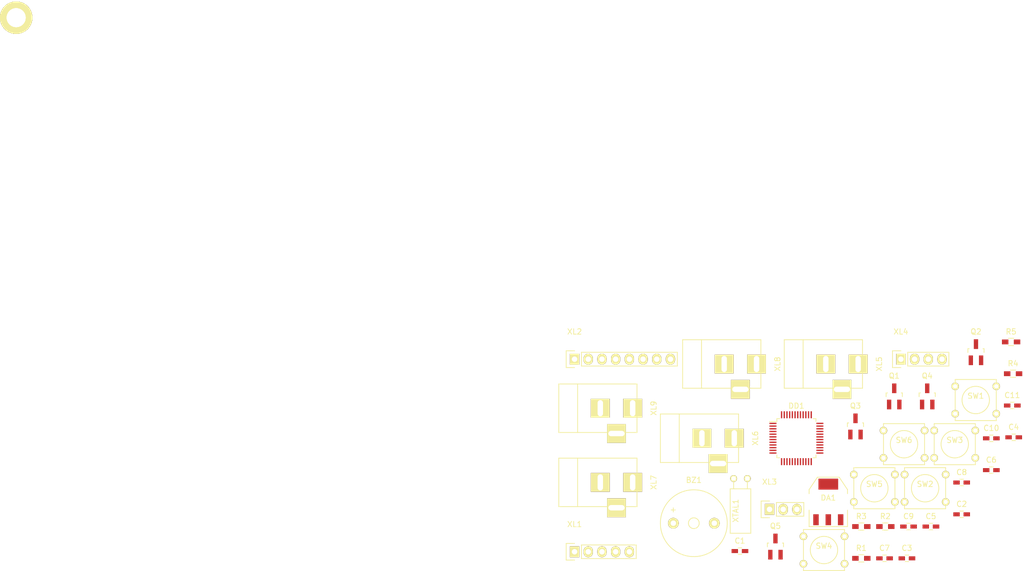
<source format=kicad_pcb>
(kicad_pcb (version 4) (host pcbnew 4.0.2-stable)

  (general
    (links 114)
    (no_connects 111)
    (area 0 0 0 0)
    (thickness 1.5)
    (drawings 0)
    (tracks 0)
    (zones 0)
    (modules 44)
    (nets 53)
  )

  (page A4)
  (layers
    (0 F.Cu signal)
    (31 B.Cu signal)
    (37 F.SilkS user)
    (38 B.Mask user)
    (39 F.Mask user)
    (40 Dwgs.User user)
    (44 Edge.Cuts user)
    (45 Margin user)
  )

  (setup
    (last_trace_width 0.25)
    (trace_clearance 0.2)
    (zone_clearance 0.508)
    (zone_45_only no)
    (trace_min 0.2)
    (segment_width 0.2)
    (edge_width 0.15)
    (via_size 0.6)
    (via_drill 0.4)
    (via_min_size 0.4)
    (via_min_drill 0.3)
    (uvia_size 0.3)
    (uvia_drill 0.1)
    (uvias_allowed no)
    (uvia_min_size 0.2)
    (uvia_min_drill 0.1)
    (pcb_text_width 0.3)
    (pcb_text_size 1.5 1.5)
    (mod_edge_width 0.15)
    (mod_text_size 1 1)
    (mod_text_width 0.15)
    (pad_size 1.524 1.524)
    (pad_drill 0.762)
    (pad_to_mask_clearance 0.1)
    (solder_mask_min_width 0.1)
    (aux_axis_origin 0 0)
    (visible_elements 7FFFFFFF)
    (pcbplotparams
      (layerselection 0x00030_80000001)
      (usegerberextensions false)
      (excludeedgelayer true)
      (linewidth 0.100000)
      (plotframeref false)
      (viasonmask false)
      (mode 1)
      (useauxorigin false)
      (hpglpennumber 1)
      (hpglpenspeed 20)
      (hpglpendiameter 15)
      (hpglpenoverlay 2)
      (psnegative false)
      (psa4output false)
      (plotreference true)
      (plotvalue true)
      (plotinvisibletext false)
      (padsonsilk false)
      (subtractmaskfromsilk false)
      (outputformat 1)
      (mirror false)
      (drillshape 1)
      (scaleselection 1)
      (outputdirectory ""))
  )

  (net 0 "")
  (net 1 +3.3V)
  (net 2 GND)
  (net 3 "Net-(C8-Pad1)")
  (net 4 "Net-(C9-Pad1)")
  (net 5 +12V)
  (net 6 "Net-(Q1-Pad1)")
  (net 7 /BUZZER)
  (net 8 /CH2_POWER)
  (net 9 /CH3_POWER)
  (net 10 /CH4_POWER)
  (net 11 /CH1_POWER)
  (net 12 "Net-(BZ1-Pad1)")
  (net 13 "Net-(DD1-Pad2)")
  (net 14 "Net-(DD1-Pad5)")
  (net 15 "Net-(DD1-Pad6)")
  (net 16 "Net-(DD1-Pad7)")
  (net 17 /CC_CS)
  (net 18 /CC_SCK)
  (net 19 /CC_MISO)
  (net 20 /CC_MOSI)
  (net 21 /BTN_OK)
  (net 22 /BTN_CANCEL)
  (net 23 /BTN_UP)
  (net 24 /LCD_BCKLT)
  (net 25 /LCD_RESET)
  (net 26 /LCD_CE)
  (net 27 /LCD_CLK)
  (net 28 /LCD_DC)
  (net 29 /LCD_DIN)
  (net 30 /DBG_TX)
  (net 31 /DBG_RX)
  (net 32 "Net-(DD1-Pad32)")
  (net 33 "Net-(DD1-Pad33)")
  (net 34 /SWDIO)
  (net 35 /SWCLK)
  (net 36 "Net-(DD1-Pad38)")
  (net 37 /BTN_DOWN)
  (net 38 /BTN_LEFT)
  (net 39 /BTN_RIGHT)
  (net 40 "Net-(DD1-Pad42)")
  (net 41 "Net-(DD1-Pad43)")
  (net 42 "Net-(DD1-Pad45)")
  (net 43 "Net-(DD1-Pad46)")
  (net 44 "Net-(Q2-Pad3)")
  (net 45 "Net-(Q3-Pad3)")
  (net 46 "Net-(Q4-Pad3)")
  (net 47 "Net-(Q5-Pad3)")
  (net 48 "Net-(XL5-Pad3)")
  (net 49 "Net-(XL6-Pad3)")
  (net 50 "Net-(XL7-Pad3)")
  (net 51 "Net-(XL8-Pad3)")
  (net 52 "Net-(XL9-Pad3)")

  (net_class Default "This is the default net class."
    (clearance 0.2)
    (trace_width 0.25)
    (via_dia 0.6)
    (via_drill 0.4)
    (uvia_dia 0.3)
    (uvia_drill 0.1)
    (add_net +12V)
    (add_net +3.3V)
    (add_net /BTN_CANCEL)
    (add_net /BTN_DOWN)
    (add_net /BTN_LEFT)
    (add_net /BTN_OK)
    (add_net /BTN_RIGHT)
    (add_net /BTN_UP)
    (add_net /BUZZER)
    (add_net /CC_CS)
    (add_net /CC_MISO)
    (add_net /CC_MOSI)
    (add_net /CC_SCK)
    (add_net /CH1_POWER)
    (add_net /CH2_POWER)
    (add_net /CH3_POWER)
    (add_net /CH4_POWER)
    (add_net /DBG_RX)
    (add_net /DBG_TX)
    (add_net /LCD_BCKLT)
    (add_net /LCD_CE)
    (add_net /LCD_CLK)
    (add_net /LCD_DC)
    (add_net /LCD_DIN)
    (add_net /LCD_RESET)
    (add_net /SWCLK)
    (add_net /SWDIO)
    (add_net GND)
    (add_net "Net-(BZ1-Pad1)")
    (add_net "Net-(C8-Pad1)")
    (add_net "Net-(C9-Pad1)")
    (add_net "Net-(DD1-Pad2)")
    (add_net "Net-(DD1-Pad32)")
    (add_net "Net-(DD1-Pad33)")
    (add_net "Net-(DD1-Pad38)")
    (add_net "Net-(DD1-Pad42)")
    (add_net "Net-(DD1-Pad43)")
    (add_net "Net-(DD1-Pad45)")
    (add_net "Net-(DD1-Pad46)")
    (add_net "Net-(DD1-Pad5)")
    (add_net "Net-(DD1-Pad6)")
    (add_net "Net-(DD1-Pad7)")
    (add_net "Net-(Q1-Pad1)")
    (add_net "Net-(Q2-Pad3)")
    (add_net "Net-(Q3-Pad3)")
    (add_net "Net-(Q4-Pad3)")
    (add_net "Net-(Q5-Pad3)")
    (add_net "Net-(XL5-Pad3)")
    (add_net "Net-(XL6-Pad3)")
    (add_net "Net-(XL7-Pad3)")
    (add_net "Net-(XL8-Pad3)")
    (add_net "Net-(XL9-Pad3)")
  )

  (module Capacitors_SMD:C_0603_HandSoldering (layer F.Cu) (tedit 541A9B4D) (tstamp 56FD3171)
    (at 134.195001 98.985)
    (descr "Capacitor SMD 0603, hand soldering")
    (tags "capacitor 0603")
    (path /56EC2B13)
    (attr smd)
    (fp_text reference C1 (at 0 -1.9) (layer F.SilkS)
      (effects (font (size 1 1) (thickness 0.15)))
    )
    (fp_text value 0.1u (at 0 1.9) (layer F.Fab)
      (effects (font (size 1 1) (thickness 0.15)))
    )
    (fp_line (start -1.85 -0.75) (end 1.85 -0.75) (layer F.CrtYd) (width 0.05))
    (fp_line (start -1.85 0.75) (end 1.85 0.75) (layer F.CrtYd) (width 0.05))
    (fp_line (start -1.85 -0.75) (end -1.85 0.75) (layer F.CrtYd) (width 0.05))
    (fp_line (start 1.85 -0.75) (end 1.85 0.75) (layer F.CrtYd) (width 0.05))
    (fp_line (start -0.35 -0.6) (end 0.35 -0.6) (layer F.SilkS) (width 0.15))
    (fp_line (start 0.35 0.6) (end -0.35 0.6) (layer F.SilkS) (width 0.15))
    (pad 1 smd rect (at -0.95 0) (size 1.2 0.75) (layers F.Cu F.Mask)
      (net 1 +3.3V))
    (pad 2 smd rect (at 0.95 0) (size 1.2 0.75) (layers F.Cu F.Mask)
      (net 2 GND))
    (model Capacitors_SMD.3dshapes/C_0603_HandSoldering.wrl
      (at (xyz 0 0 0))
      (scale (xyz 1 1 1))
      (rotate (xyz 0 0 0))
    )
  )

  (module Capacitors_SMD:C_0603_HandSoldering (layer F.Cu) (tedit 541A9B4D) (tstamp 56FD3177)
    (at 175.305001 92.165)
    (descr "Capacitor SMD 0603, hand soldering")
    (tags "capacitor 0603")
    (path /56FD2265)
    (attr smd)
    (fp_text reference C2 (at 0 -1.9) (layer F.SilkS)
      (effects (font (size 1 1) (thickness 0.15)))
    )
    (fp_text value 4u7 (at 0 1.9) (layer F.Fab)
      (effects (font (size 1 1) (thickness 0.15)))
    )
    (fp_line (start -1.85 -0.75) (end 1.85 -0.75) (layer F.CrtYd) (width 0.05))
    (fp_line (start -1.85 0.75) (end 1.85 0.75) (layer F.CrtYd) (width 0.05))
    (fp_line (start -1.85 -0.75) (end -1.85 0.75) (layer F.CrtYd) (width 0.05))
    (fp_line (start 1.85 -0.75) (end 1.85 0.75) (layer F.CrtYd) (width 0.05))
    (fp_line (start -0.35 -0.6) (end 0.35 -0.6) (layer F.SilkS) (width 0.15))
    (fp_line (start 0.35 0.6) (end -0.35 0.6) (layer F.SilkS) (width 0.15))
    (pad 1 smd rect (at -0.95 0) (size 1.2 0.75) (layers F.Cu F.Mask)
      (net 1 +3.3V))
    (pad 2 smd rect (at 0.95 0) (size 1.2 0.75) (layers F.Cu F.Mask)
      (net 2 GND))
    (model Capacitors_SMD.3dshapes/C_0603_HandSoldering.wrl
      (at (xyz 0 0 0))
      (scale (xyz 1 1 1))
      (rotate (xyz 0 0 0))
    )
  )

  (module Capacitors_SMD:C_0603_HandSoldering (layer F.Cu) (tedit 541A9B4D) (tstamp 56FD317D)
    (at 165.155001 100.335)
    (descr "Capacitor SMD 0603, hand soldering")
    (tags "capacitor 0603")
    (path /56FD221A)
    (attr smd)
    (fp_text reference C3 (at 0 -1.9) (layer F.SilkS)
      (effects (font (size 1 1) (thickness 0.15)))
    )
    (fp_text value 0.1u (at 0 1.9) (layer F.Fab)
      (effects (font (size 1 1) (thickness 0.15)))
    )
    (fp_line (start -1.85 -0.75) (end 1.85 -0.75) (layer F.CrtYd) (width 0.05))
    (fp_line (start -1.85 0.75) (end 1.85 0.75) (layer F.CrtYd) (width 0.05))
    (fp_line (start -1.85 -0.75) (end -1.85 0.75) (layer F.CrtYd) (width 0.05))
    (fp_line (start 1.85 -0.75) (end 1.85 0.75) (layer F.CrtYd) (width 0.05))
    (fp_line (start -0.35 -0.6) (end 0.35 -0.6) (layer F.SilkS) (width 0.15))
    (fp_line (start 0.35 0.6) (end -0.35 0.6) (layer F.SilkS) (width 0.15))
    (pad 1 smd rect (at -0.95 0) (size 1.2 0.75) (layers F.Cu F.Mask)
      (net 1 +3.3V))
    (pad 2 smd rect (at 0.95 0) (size 1.2 0.75) (layers F.Cu F.Mask)
      (net 2 GND))
    (model Capacitors_SMD.3dshapes/C_0603_HandSoldering.wrl
      (at (xyz 0 0 0))
      (scale (xyz 1 1 1))
      (rotate (xyz 0 0 0))
    )
  )

  (module Capacitors_SMD:C_0603_HandSoldering (layer F.Cu) (tedit 541A9B4D) (tstamp 56FD3183)
    (at 184.955001 77.875)
    (descr "Capacitor SMD 0603, hand soldering")
    (tags "capacitor 0603")
    (path /56FD21DD)
    (attr smd)
    (fp_text reference C4 (at 0 -1.9) (layer F.SilkS)
      (effects (font (size 1 1) (thickness 0.15)))
    )
    (fp_text value 0.1u (at 0 1.9) (layer F.Fab)
      (effects (font (size 1 1) (thickness 0.15)))
    )
    (fp_line (start -1.85 -0.75) (end 1.85 -0.75) (layer F.CrtYd) (width 0.05))
    (fp_line (start -1.85 0.75) (end 1.85 0.75) (layer F.CrtYd) (width 0.05))
    (fp_line (start -1.85 -0.75) (end -1.85 0.75) (layer F.CrtYd) (width 0.05))
    (fp_line (start 1.85 -0.75) (end 1.85 0.75) (layer F.CrtYd) (width 0.05))
    (fp_line (start -0.35 -0.6) (end 0.35 -0.6) (layer F.SilkS) (width 0.15))
    (fp_line (start 0.35 0.6) (end -0.35 0.6) (layer F.SilkS) (width 0.15))
    (pad 1 smd rect (at -0.95 0) (size 1.2 0.75) (layers F.Cu F.Mask)
      (net 1 +3.3V))
    (pad 2 smd rect (at 0.95 0) (size 1.2 0.75) (layers F.Cu F.Mask)
      (net 2 GND))
    (model Capacitors_SMD.3dshapes/C_0603_HandSoldering.wrl
      (at (xyz 0 0 0))
      (scale (xyz 1 1 1))
      (rotate (xyz 0 0 0))
    )
  )

  (module Capacitors_SMD:C_0603_HandSoldering (layer F.Cu) (tedit 541A9B4D) (tstamp 56FD3189)
    (at 169.605001 94.435)
    (descr "Capacitor SMD 0603, hand soldering")
    (tags "capacitor 0603")
    (path /56FD21A0)
    (attr smd)
    (fp_text reference C5 (at 0 -1.9) (layer F.SilkS)
      (effects (font (size 1 1) (thickness 0.15)))
    )
    (fp_text value 0.1u (at 0 1.9) (layer F.Fab)
      (effects (font (size 1 1) (thickness 0.15)))
    )
    (fp_line (start -1.85 -0.75) (end 1.85 -0.75) (layer F.CrtYd) (width 0.05))
    (fp_line (start -1.85 0.75) (end 1.85 0.75) (layer F.CrtYd) (width 0.05))
    (fp_line (start -1.85 -0.75) (end -1.85 0.75) (layer F.CrtYd) (width 0.05))
    (fp_line (start 1.85 -0.75) (end 1.85 0.75) (layer F.CrtYd) (width 0.05))
    (fp_line (start -0.35 -0.6) (end 0.35 -0.6) (layer F.SilkS) (width 0.15))
    (fp_line (start 0.35 0.6) (end -0.35 0.6) (layer F.SilkS) (width 0.15))
    (pad 1 smd rect (at -0.95 0) (size 1.2 0.75) (layers F.Cu F.Mask)
      (net 1 +3.3V))
    (pad 2 smd rect (at 0.95 0) (size 1.2 0.75) (layers F.Cu F.Mask)
      (net 2 GND))
    (model Capacitors_SMD.3dshapes/C_0603_HandSoldering.wrl
      (at (xyz 0 0 0))
      (scale (xyz 1 1 1))
      (rotate (xyz 0 0 0))
    )
  )

  (module Capacitors_SMD:C_0603_HandSoldering (layer F.Cu) (tedit 541A9B4D) (tstamp 56FD318F)
    (at 180.805001 83.965)
    (descr "Capacitor SMD 0603, hand soldering")
    (tags "capacitor 0603")
    (path /56FD20F9)
    (attr smd)
    (fp_text reference C6 (at 0 -1.9) (layer F.SilkS)
      (effects (font (size 1 1) (thickness 0.15)))
    )
    (fp_text value 0.1u (at 0 1.9) (layer F.Fab)
      (effects (font (size 1 1) (thickness 0.15)))
    )
    (fp_line (start -1.85 -0.75) (end 1.85 -0.75) (layer F.CrtYd) (width 0.05))
    (fp_line (start -1.85 0.75) (end 1.85 0.75) (layer F.CrtYd) (width 0.05))
    (fp_line (start -1.85 -0.75) (end -1.85 0.75) (layer F.CrtYd) (width 0.05))
    (fp_line (start 1.85 -0.75) (end 1.85 0.75) (layer F.CrtYd) (width 0.05))
    (fp_line (start -0.35 -0.6) (end 0.35 -0.6) (layer F.SilkS) (width 0.15))
    (fp_line (start 0.35 0.6) (end -0.35 0.6) (layer F.SilkS) (width 0.15))
    (pad 1 smd rect (at -0.95 0) (size 1.2 0.75) (layers F.Cu F.Mask)
      (net 1 +3.3V))
    (pad 2 smd rect (at 0.95 0) (size 1.2 0.75) (layers F.Cu F.Mask)
      (net 2 GND))
    (model Capacitors_SMD.3dshapes/C_0603_HandSoldering.wrl
      (at (xyz 0 0 0))
      (scale (xyz 1 1 1))
      (rotate (xyz 0 0 0))
    )
  )

  (module Capacitors_SMD:C_0603_HandSoldering (layer F.Cu) (tedit 541A9B4D) (tstamp 56FD3195)
    (at 161.005001 100.335)
    (descr "Capacitor SMD 0603, hand soldering")
    (tags "capacitor 0603")
    (path /56FD20AC)
    (attr smd)
    (fp_text reference C7 (at 0 -1.9) (layer F.SilkS)
      (effects (font (size 1 1) (thickness 0.15)))
    )
    (fp_text value 1u (at 0 1.9) (layer F.Fab)
      (effects (font (size 1 1) (thickness 0.15)))
    )
    (fp_line (start -1.85 -0.75) (end 1.85 -0.75) (layer F.CrtYd) (width 0.05))
    (fp_line (start -1.85 0.75) (end 1.85 0.75) (layer F.CrtYd) (width 0.05))
    (fp_line (start -1.85 -0.75) (end -1.85 0.75) (layer F.CrtYd) (width 0.05))
    (fp_line (start 1.85 -0.75) (end 1.85 0.75) (layer F.CrtYd) (width 0.05))
    (fp_line (start -0.35 -0.6) (end 0.35 -0.6) (layer F.SilkS) (width 0.15))
    (fp_line (start 0.35 0.6) (end -0.35 0.6) (layer F.SilkS) (width 0.15))
    (pad 1 smd rect (at -0.95 0) (size 1.2 0.75) (layers F.Cu F.Mask)
      (net 1 +3.3V))
    (pad 2 smd rect (at 0.95 0) (size 1.2 0.75) (layers F.Cu F.Mask)
      (net 2 GND))
    (model Capacitors_SMD.3dshapes/C_0603_HandSoldering.wrl
      (at (xyz 0 0 0))
      (scale (xyz 1 1 1))
      (rotate (xyz 0 0 0))
    )
  )

  (module Capacitors_SMD:C_0603_HandSoldering (layer F.Cu) (tedit 541A9B4D) (tstamp 56FD319B)
    (at 175.305001 86.265)
    (descr "Capacitor SMD 0603, hand soldering")
    (tags "capacitor 0603")
    (path /56FD69BF)
    (attr smd)
    (fp_text reference C8 (at 0 -1.9) (layer F.SilkS)
      (effects (font (size 1 1) (thickness 0.15)))
    )
    (fp_text value 8p (at 0 1.9) (layer F.Fab)
      (effects (font (size 1 1) (thickness 0.15)))
    )
    (fp_line (start -1.85 -0.75) (end 1.85 -0.75) (layer F.CrtYd) (width 0.05))
    (fp_line (start -1.85 0.75) (end 1.85 0.75) (layer F.CrtYd) (width 0.05))
    (fp_line (start -1.85 -0.75) (end -1.85 0.75) (layer F.CrtYd) (width 0.05))
    (fp_line (start 1.85 -0.75) (end 1.85 0.75) (layer F.CrtYd) (width 0.05))
    (fp_line (start -0.35 -0.6) (end 0.35 -0.6) (layer F.SilkS) (width 0.15))
    (fp_line (start 0.35 0.6) (end -0.35 0.6) (layer F.SilkS) (width 0.15))
    (pad 1 smd rect (at -0.95 0) (size 1.2 0.75) (layers F.Cu F.Mask)
      (net 3 "Net-(C8-Pad1)"))
    (pad 2 smd rect (at 0.95 0) (size 1.2 0.75) (layers F.Cu F.Mask)
      (net 2 GND))
    (model Capacitors_SMD.3dshapes/C_0603_HandSoldering.wrl
      (at (xyz 0 0 0))
      (scale (xyz 1 1 1))
      (rotate (xyz 0 0 0))
    )
  )

  (module Capacitors_SMD:C_0603_HandSoldering (layer F.Cu) (tedit 541A9B4D) (tstamp 56FD31A1)
    (at 165.455001 94.435)
    (descr "Capacitor SMD 0603, hand soldering")
    (tags "capacitor 0603")
    (path /56FD6A28)
    (attr smd)
    (fp_text reference C9 (at 0 -1.9) (layer F.SilkS)
      (effects (font (size 1 1) (thickness 0.15)))
    )
    (fp_text value 8p (at 0 1.9) (layer F.Fab)
      (effects (font (size 1 1) (thickness 0.15)))
    )
    (fp_line (start -1.85 -0.75) (end 1.85 -0.75) (layer F.CrtYd) (width 0.05))
    (fp_line (start -1.85 0.75) (end 1.85 0.75) (layer F.CrtYd) (width 0.05))
    (fp_line (start -1.85 -0.75) (end -1.85 0.75) (layer F.CrtYd) (width 0.05))
    (fp_line (start 1.85 -0.75) (end 1.85 0.75) (layer F.CrtYd) (width 0.05))
    (fp_line (start -0.35 -0.6) (end 0.35 -0.6) (layer F.SilkS) (width 0.15))
    (fp_line (start 0.35 0.6) (end -0.35 0.6) (layer F.SilkS) (width 0.15))
    (pad 1 smd rect (at -0.95 0) (size 1.2 0.75) (layers F.Cu F.Mask)
      (net 4 "Net-(C9-Pad1)"))
    (pad 2 smd rect (at 0.95 0) (size 1.2 0.75) (layers F.Cu F.Mask)
      (net 2 GND))
    (model Capacitors_SMD.3dshapes/C_0603_HandSoldering.wrl
      (at (xyz 0 0 0))
      (scale (xyz 1 1 1))
      (rotate (xyz 0 0 0))
    )
  )

  (module Capacitors_SMD:C_0603_HandSoldering (layer F.Cu) (tedit 541A9B4D) (tstamp 56FD31A7)
    (at 180.805001 78.065)
    (descr "Capacitor SMD 0603, hand soldering")
    (tags "capacitor 0603")
    (path /56FFE78E)
    (attr smd)
    (fp_text reference C10 (at 0 -1.9) (layer F.SilkS)
      (effects (font (size 1 1) (thickness 0.15)))
    )
    (fp_text value 4u7 (at 0 1.9) (layer F.Fab)
      (effects (font (size 1 1) (thickness 0.15)))
    )
    (fp_line (start -1.85 -0.75) (end 1.85 -0.75) (layer F.CrtYd) (width 0.05))
    (fp_line (start -1.85 0.75) (end 1.85 0.75) (layer F.CrtYd) (width 0.05))
    (fp_line (start -1.85 -0.75) (end -1.85 0.75) (layer F.CrtYd) (width 0.05))
    (fp_line (start 1.85 -0.75) (end 1.85 0.75) (layer F.CrtYd) (width 0.05))
    (fp_line (start -0.35 -0.6) (end 0.35 -0.6) (layer F.SilkS) (width 0.15))
    (fp_line (start 0.35 0.6) (end -0.35 0.6) (layer F.SilkS) (width 0.15))
    (pad 1 smd rect (at -0.95 0) (size 1.2 0.75) (layers F.Cu F.Mask)
      (net 5 +12V))
    (pad 2 smd rect (at 0.95 0) (size 1.2 0.75) (layers F.Cu F.Mask)
      (net 2 GND))
    (model Capacitors_SMD.3dshapes/C_0603_HandSoldering.wrl
      (at (xyz 0 0 0))
      (scale (xyz 1 1 1))
      (rotate (xyz 0 0 0))
    )
  )

  (module Capacitors_SMD:C_0603_HandSoldering (layer F.Cu) (tedit 541A9B4D) (tstamp 56FD31AD)
    (at 184.695001 71.975)
    (descr "Capacitor SMD 0603, hand soldering")
    (tags "capacitor 0603")
    (path /56FFE717)
    (attr smd)
    (fp_text reference C11 (at 0 -1.9) (layer F.SilkS)
      (effects (font (size 1 1) (thickness 0.15)))
    )
    (fp_text value 0.1u (at 0 1.9) (layer F.Fab)
      (effects (font (size 1 1) (thickness 0.15)))
    )
    (fp_line (start -1.85 -0.75) (end 1.85 -0.75) (layer F.CrtYd) (width 0.05))
    (fp_line (start -1.85 0.75) (end 1.85 0.75) (layer F.CrtYd) (width 0.05))
    (fp_line (start -1.85 -0.75) (end -1.85 0.75) (layer F.CrtYd) (width 0.05))
    (fp_line (start 1.85 -0.75) (end 1.85 0.75) (layer F.CrtYd) (width 0.05))
    (fp_line (start -0.35 -0.6) (end 0.35 -0.6) (layer F.SilkS) (width 0.15))
    (fp_line (start 0.35 0.6) (end -0.35 0.6) (layer F.SilkS) (width 0.15))
    (pad 1 smd rect (at -0.95 0) (size 1.2 0.75) (layers F.Cu F.Mask)
      (net 1 +3.3V))
    (pad 2 smd rect (at 0.95 0) (size 1.2 0.75) (layers F.Cu F.Mask)
      (net 2 GND))
    (model Capacitors_SMD.3dshapes/C_0603_HandSoldering.wrl
      (at (xyz 0 0 0))
      (scale (xyz 1 1 1))
      (rotate (xyz 0 0 0))
    )
  )

  (module Resistors_SMD:R_0603_HandSoldering (layer F.Cu) (tedit 5418A00F) (tstamp 56FD31B3)
    (at 156.705001 100.335)
    (descr "Resistor SMD 0603, hand soldering")
    (tags "resistor 0603")
    (path /56FD9CD1)
    (attr smd)
    (fp_text reference R1 (at 0 -1.9) (layer F.SilkS)
      (effects (font (size 1 1) (thickness 0.15)))
    )
    (fp_text value 1k (at 0 1.9) (layer F.Fab)
      (effects (font (size 1 1) (thickness 0.15)))
    )
    (fp_line (start -2 -0.8) (end 2 -0.8) (layer F.CrtYd) (width 0.05))
    (fp_line (start -2 0.8) (end 2 0.8) (layer F.CrtYd) (width 0.05))
    (fp_line (start -2 -0.8) (end -2 0.8) (layer F.CrtYd) (width 0.05))
    (fp_line (start 2 -0.8) (end 2 0.8) (layer F.CrtYd) (width 0.05))
    (fp_line (start 0.5 0.675) (end -0.5 0.675) (layer F.SilkS) (width 0.15))
    (fp_line (start -0.5 -0.675) (end 0.5 -0.675) (layer F.SilkS) (width 0.15))
    (pad 1 smd rect (at -1.1 0) (size 1.2 0.9) (layers F.Cu F.Mask)
      (net 6 "Net-(Q1-Pad1)"))
    (pad 2 smd rect (at 1.1 0) (size 1.2 0.9) (layers F.Cu F.Mask)
      (net 7 /BUZZER))
    (model Resistors_SMD.3dshapes/R_0603_HandSoldering.wrl
      (at (xyz 0 0 0))
      (scale (xyz 1 1 1))
      (rotate (xyz 0 0 0))
    )
  )

  (module Resistors_SMD:R_0603_HandSoldering (layer F.Cu) (tedit 5418A00F) (tstamp 56FD31B9)
    (at 161.155001 94.435)
    (descr "Resistor SMD 0603, hand soldering")
    (tags "resistor 0603")
    (path /56EC30CC)
    (attr smd)
    (fp_text reference R2 (at 0 -1.9) (layer F.SilkS)
      (effects (font (size 1 1) (thickness 0.15)))
    )
    (fp_text value 10k (at 0 1.9) (layer F.Fab)
      (effects (font (size 1 1) (thickness 0.15)))
    )
    (fp_line (start -2 -0.8) (end 2 -0.8) (layer F.CrtYd) (width 0.05))
    (fp_line (start -2 0.8) (end 2 0.8) (layer F.CrtYd) (width 0.05))
    (fp_line (start -2 -0.8) (end -2 0.8) (layer F.CrtYd) (width 0.05))
    (fp_line (start 2 -0.8) (end 2 0.8) (layer F.CrtYd) (width 0.05))
    (fp_line (start 0.5 0.675) (end -0.5 0.675) (layer F.SilkS) (width 0.15))
    (fp_line (start -0.5 -0.675) (end 0.5 -0.675) (layer F.SilkS) (width 0.15))
    (pad 1 smd rect (at -1.1 0) (size 1.2 0.9) (layers F.Cu F.Mask)
      (net 5 +12V))
    (pad 2 smd rect (at 1.1 0) (size 1.2 0.9) (layers F.Cu F.Mask)
      (net 8 /CH2_POWER))
    (model Resistors_SMD.3dshapes/R_0603_HandSoldering.wrl
      (at (xyz 0 0 0))
      (scale (xyz 1 1 1))
      (rotate (xyz 0 0 0))
    )
  )

  (module Resistors_SMD:R_0603_HandSoldering (layer F.Cu) (tedit 5418A00F) (tstamp 56FD31BF)
    (at 156.705001 94.435)
    (descr "Resistor SMD 0603, hand soldering")
    (tags "resistor 0603")
    (path /56EC3212)
    (attr smd)
    (fp_text reference R3 (at 0 -1.9) (layer F.SilkS)
      (effects (font (size 1 1) (thickness 0.15)))
    )
    (fp_text value 10k (at 0 1.9) (layer F.Fab)
      (effects (font (size 1 1) (thickness 0.15)))
    )
    (fp_line (start -2 -0.8) (end 2 -0.8) (layer F.CrtYd) (width 0.05))
    (fp_line (start -2 0.8) (end 2 0.8) (layer F.CrtYd) (width 0.05))
    (fp_line (start -2 -0.8) (end -2 0.8) (layer F.CrtYd) (width 0.05))
    (fp_line (start 2 -0.8) (end 2 0.8) (layer F.CrtYd) (width 0.05))
    (fp_line (start 0.5 0.675) (end -0.5 0.675) (layer F.SilkS) (width 0.15))
    (fp_line (start -0.5 -0.675) (end 0.5 -0.675) (layer F.SilkS) (width 0.15))
    (pad 1 smd rect (at -1.1 0) (size 1.2 0.9) (layers F.Cu F.Mask)
      (net 5 +12V))
    (pad 2 smd rect (at 1.1 0) (size 1.2 0.9) (layers F.Cu F.Mask)
      (net 9 /CH3_POWER))
    (model Resistors_SMD.3dshapes/R_0603_HandSoldering.wrl
      (at (xyz 0 0 0))
      (scale (xyz 1 1 1))
      (rotate (xyz 0 0 0))
    )
  )

  (module Resistors_SMD:R_0603_HandSoldering (layer F.Cu) (tedit 5418A00F) (tstamp 56FD31C5)
    (at 184.845001 66.075)
    (descr "Resistor SMD 0603, hand soldering")
    (tags "resistor 0603")
    (path /56EC3696)
    (attr smd)
    (fp_text reference R4 (at 0 -1.9) (layer F.SilkS)
      (effects (font (size 1 1) (thickness 0.15)))
    )
    (fp_text value 10k (at 0 1.9) (layer F.Fab)
      (effects (font (size 1 1) (thickness 0.15)))
    )
    (fp_line (start -2 -0.8) (end 2 -0.8) (layer F.CrtYd) (width 0.05))
    (fp_line (start -2 0.8) (end 2 0.8) (layer F.CrtYd) (width 0.05))
    (fp_line (start -2 -0.8) (end -2 0.8) (layer F.CrtYd) (width 0.05))
    (fp_line (start 2 -0.8) (end 2 0.8) (layer F.CrtYd) (width 0.05))
    (fp_line (start 0.5 0.675) (end -0.5 0.675) (layer F.SilkS) (width 0.15))
    (fp_line (start -0.5 -0.675) (end 0.5 -0.675) (layer F.SilkS) (width 0.15))
    (pad 1 smd rect (at -1.1 0) (size 1.2 0.9) (layers F.Cu F.Mask)
      (net 5 +12V))
    (pad 2 smd rect (at 1.1 0) (size 1.2 0.9) (layers F.Cu F.Mask)
      (net 10 /CH4_POWER))
    (model Resistors_SMD.3dshapes/R_0603_HandSoldering.wrl
      (at (xyz 0 0 0))
      (scale (xyz 1 1 1))
      (rotate (xyz 0 0 0))
    )
  )

  (module Resistors_SMD:R_0603_HandSoldering (layer F.Cu) (tedit 5418A00F) (tstamp 56FD31CB)
    (at 184.475001 60.175)
    (descr "Resistor SMD 0603, hand soldering")
    (tags "resistor 0603")
    (path /56EC0DC8)
    (attr smd)
    (fp_text reference R5 (at 0 -1.9) (layer F.SilkS)
      (effects (font (size 1 1) (thickness 0.15)))
    )
    (fp_text value 10k (at 0 1.9) (layer F.Fab)
      (effects (font (size 1 1) (thickness 0.15)))
    )
    (fp_line (start -2 -0.8) (end 2 -0.8) (layer F.CrtYd) (width 0.05))
    (fp_line (start -2 0.8) (end 2 0.8) (layer F.CrtYd) (width 0.05))
    (fp_line (start -2 -0.8) (end -2 0.8) (layer F.CrtYd) (width 0.05))
    (fp_line (start 2 -0.8) (end 2 0.8) (layer F.CrtYd) (width 0.05))
    (fp_line (start 0.5 0.675) (end -0.5 0.675) (layer F.SilkS) (width 0.15))
    (fp_line (start -0.5 -0.675) (end 0.5 -0.675) (layer F.SilkS) (width 0.15))
    (pad 1 smd rect (at -1.1 0) (size 1.2 0.9) (layers F.Cu F.Mask)
      (net 5 +12V))
    (pad 2 smd rect (at 1.1 0) (size 1.2 0.9) (layers F.Cu F.Mask)
      (net 11 /CH1_POWER))
    (model Resistors_SMD.3dshapes/R_0603_HandSoldering.wrl
      (at (xyz 0 0 0))
      (scale (xyz 1 1 1))
      (rotate (xyz 0 0 0))
    )
  )

  (module Buzzers_Beepers:Buzzer_12x9.5RM7.6 (layer F.Cu) (tedit 544E361A) (tstamp 56FD3284)
    (at 125.645141 93.816)
    (descr "Generic Buzzer, D12mm height 9.5mm with RM7.6mm")
    (tags buzzer)
    (path /56FDA9B3)
    (fp_text reference BZ1 (at 0 -8.001) (layer F.SilkS)
      (effects (font (size 1 1) (thickness 0.15)))
    )
    (fp_text value BUZZER (at -1.00076 8.001) (layer F.Fab)
      (effects (font (size 1 1) (thickness 0.15)))
    )
    (fp_circle (center 0 0) (end 1.00076 0) (layer F.SilkS) (width 0.15))
    (fp_text user + (at -3.81 -2.54) (layer F.SilkS)
      (effects (font (size 1 1) (thickness 0.15)))
    )
    (fp_circle (center 0 0) (end 6.20014 0) (layer F.SilkS) (width 0.15))
    (pad 1 thru_hole circle (at -3.79984 0) (size 2 2) (drill 1.00076) (layers *.Cu *.Mask F.SilkS)
      (net 12 "Net-(BZ1-Pad1)"))
    (pad 2 thru_hole circle (at 3.79984 0) (size 2 2) (drill 1.00076) (layers *.Cu *.Mask F.SilkS)
      (net 1 +3.3V))
    (model Buzzers_Beepers.3dshapes/Buzzer_12x9.5RM7.6.wrl
      (at (xyz 0 0 0))
      (scale (xyz 4 4 4))
      (rotate (xyz 0 0 0))
    )
  )

  (module TO_SOT_Packages_SMD:SOT-223 (layer F.Cu) (tedit 0) (tstamp 56FD328C)
    (at 150.581001 89.867001)
    (descr "module CMS SOT223 4 pins")
    (tags "CMS SOT")
    (path /5700E1E0)
    (attr smd)
    (fp_text reference DA1 (at 0 -0.762) (layer F.SilkS)
      (effects (font (size 1 1) (thickness 0.15)))
    )
    (fp_text value LD1117 (at 0 0.762) (layer F.Fab)
      (effects (font (size 1 1) (thickness 0.15)))
    )
    (fp_line (start -3.556 1.524) (end -3.556 4.572) (layer F.SilkS) (width 0.15))
    (fp_line (start -3.556 4.572) (end 3.556 4.572) (layer F.SilkS) (width 0.15))
    (fp_line (start 3.556 4.572) (end 3.556 1.524) (layer F.SilkS) (width 0.15))
    (fp_line (start -3.556 -1.524) (end -3.556 -2.286) (layer F.SilkS) (width 0.15))
    (fp_line (start -3.556 -2.286) (end -2.032 -4.572) (layer F.SilkS) (width 0.15))
    (fp_line (start -2.032 -4.572) (end 2.032 -4.572) (layer F.SilkS) (width 0.15))
    (fp_line (start 2.032 -4.572) (end 3.556 -2.286) (layer F.SilkS) (width 0.15))
    (fp_line (start 3.556 -2.286) (end 3.556 -1.524) (layer F.SilkS) (width 0.15))
    (pad 4 smd rect (at 0 -3.302) (size 3.6576 2.032) (layers F.Cu F.Mask)
      (net 1 +3.3V))
    (pad 2 smd rect (at 0 3.302) (size 1.016 2.032) (layers F.Cu F.Mask)
      (net 1 +3.3V))
    (pad 3 smd rect (at 2.286 3.302) (size 1.016 2.032) (layers F.Cu F.Mask)
      (net 5 +12V))
    (pad 1 smd rect (at -2.286 3.302) (size 1.016 2.032) (layers F.Cu F.Mask)
      (net 2 GND))
    (model TO_SOT_Packages_SMD.3dshapes/SOT-223.wrl
      (at (xyz 0 0 0))
      (scale (xyz 0.4 0.4 0.4))
      (rotate (xyz 0 0 0))
    )
  )

  (module Housings_QFP:LQFP-48_7x7mm_Pitch0.5mm (layer F.Cu) (tedit 54130A77) (tstamp 56FD32C0)
    (at 144.665953 78.045)
    (descr "48 LEAD LQFP 7x7mm (see MICREL LQFP7x7-48LD-PL-1.pdf)")
    (tags "QFP 0.5")
    (path /56FE64E8)
    (attr smd)
    (fp_text reference DD1 (at 0 -6) (layer F.SilkS)
      (effects (font (size 1 1) (thickness 0.15)))
    )
    (fp_text value "STM32F100C8(B)" (at 0 6) (layer F.Fab)
      (effects (font (size 1 1) (thickness 0.15)))
    )
    (fp_line (start -5.25 -5.25) (end -5.25 5.25) (layer F.CrtYd) (width 0.05))
    (fp_line (start 5.25 -5.25) (end 5.25 5.25) (layer F.CrtYd) (width 0.05))
    (fp_line (start -5.25 -5.25) (end 5.25 -5.25) (layer F.CrtYd) (width 0.05))
    (fp_line (start -5.25 5.25) (end 5.25 5.25) (layer F.CrtYd) (width 0.05))
    (fp_line (start -3.625 -3.625) (end -3.625 -3.1) (layer F.SilkS) (width 0.15))
    (fp_line (start 3.625 -3.625) (end 3.625 -3.1) (layer F.SilkS) (width 0.15))
    (fp_line (start 3.625 3.625) (end 3.625 3.1) (layer F.SilkS) (width 0.15))
    (fp_line (start -3.625 3.625) (end -3.625 3.1) (layer F.SilkS) (width 0.15))
    (fp_line (start -3.625 -3.625) (end -3.1 -3.625) (layer F.SilkS) (width 0.15))
    (fp_line (start -3.625 3.625) (end -3.1 3.625) (layer F.SilkS) (width 0.15))
    (fp_line (start 3.625 3.625) (end 3.1 3.625) (layer F.SilkS) (width 0.15))
    (fp_line (start 3.625 -3.625) (end 3.1 -3.625) (layer F.SilkS) (width 0.15))
    (fp_line (start -3.625 -3.1) (end -5 -3.1) (layer F.SilkS) (width 0.15))
    (pad 1 smd rect (at -4.35 -2.75) (size 1.3 0.25) (layers F.Cu F.Mask)
      (net 1 +3.3V))
    (pad 2 smd rect (at -4.35 -2.25) (size 1.3 0.25) (layers F.Cu F.Mask)
      (net 13 "Net-(DD1-Pad2)"))
    (pad 3 smd rect (at -4.35 -1.75) (size 1.3 0.25) (layers F.Cu F.Mask)
      (net 4 "Net-(C9-Pad1)"))
    (pad 4 smd rect (at -4.35 -1.25) (size 1.3 0.25) (layers F.Cu F.Mask)
      (net 3 "Net-(C8-Pad1)"))
    (pad 5 smd rect (at -4.35 -0.75) (size 1.3 0.25) (layers F.Cu F.Mask)
      (net 14 "Net-(DD1-Pad5)"))
    (pad 6 smd rect (at -4.35 -0.25) (size 1.3 0.25) (layers F.Cu F.Mask)
      (net 15 "Net-(DD1-Pad6)"))
    (pad 7 smd rect (at -4.35 0.25) (size 1.3 0.25) (layers F.Cu F.Mask)
      (net 16 "Net-(DD1-Pad7)"))
    (pad 8 smd rect (at -4.35 0.75) (size 1.3 0.25) (layers F.Cu F.Mask)
      (net 2 GND))
    (pad 9 smd rect (at -4.35 1.25) (size 1.3 0.25) (layers F.Cu F.Mask)
      (net 1 +3.3V))
    (pad 10 smd rect (at -4.35 1.75) (size 1.3 0.25) (layers F.Cu F.Mask)
      (net 11 /CH1_POWER))
    (pad 11 smd rect (at -4.35 2.25) (size 1.3 0.25) (layers F.Cu F.Mask)
      (net 8 /CH2_POWER))
    (pad 12 smd rect (at -4.35 2.75) (size 1.3 0.25) (layers F.Cu F.Mask)
      (net 9 /CH3_POWER))
    (pad 13 smd rect (at -2.75 4.35 90) (size 1.3 0.25) (layers F.Cu F.Mask)
      (net 10 /CH4_POWER))
    (pad 14 smd rect (at -2.25 4.35 90) (size 1.3 0.25) (layers F.Cu F.Mask)
      (net 17 /CC_CS))
    (pad 15 smd rect (at -1.75 4.35 90) (size 1.3 0.25) (layers F.Cu F.Mask)
      (net 18 /CC_SCK))
    (pad 16 smd rect (at -1.25 4.35 90) (size 1.3 0.25) (layers F.Cu F.Mask)
      (net 19 /CC_MISO))
    (pad 17 smd rect (at -0.75 4.35 90) (size 1.3 0.25) (layers F.Cu F.Mask)
      (net 20 /CC_MOSI))
    (pad 18 smd rect (at -0.25 4.35 90) (size 1.3 0.25) (layers F.Cu F.Mask)
      (net 21 /BTN_OK))
    (pad 19 smd rect (at 0.25 4.35 90) (size 1.3 0.25) (layers F.Cu F.Mask)
      (net 22 /BTN_CANCEL))
    (pad 20 smd rect (at 0.75 4.35 90) (size 1.3 0.25) (layers F.Cu F.Mask)
      (net 23 /BTN_UP))
    (pad 21 smd rect (at 1.25 4.35 90) (size 1.3 0.25) (layers F.Cu F.Mask)
      (net 24 /LCD_BCKLT))
    (pad 22 smd rect (at 1.75 4.35 90) (size 1.3 0.25) (layers F.Cu F.Mask)
      (net 25 /LCD_RESET))
    (pad 23 smd rect (at 2.25 4.35 90) (size 1.3 0.25) (layers F.Cu F.Mask)
      (net 2 GND))
    (pad 24 smd rect (at 2.75 4.35 90) (size 1.3 0.25) (layers F.Cu F.Mask)
      (net 1 +3.3V))
    (pad 25 smd rect (at 4.35 2.75) (size 1.3 0.25) (layers F.Cu F.Mask)
      (net 26 /LCD_CE))
    (pad 26 smd rect (at 4.35 2.25) (size 1.3 0.25) (layers F.Cu F.Mask)
      (net 27 /LCD_CLK))
    (pad 27 smd rect (at 4.35 1.75) (size 1.3 0.25) (layers F.Cu F.Mask)
      (net 28 /LCD_DC))
    (pad 28 smd rect (at 4.35 1.25) (size 1.3 0.25) (layers F.Cu F.Mask)
      (net 29 /LCD_DIN))
    (pad 29 smd rect (at 4.35 0.75) (size 1.3 0.25) (layers F.Cu F.Mask)
      (net 7 /BUZZER))
    (pad 30 smd rect (at 4.35 0.25) (size 1.3 0.25) (layers F.Cu F.Mask)
      (net 30 /DBG_TX))
    (pad 31 smd rect (at 4.35 -0.25) (size 1.3 0.25) (layers F.Cu F.Mask)
      (net 31 /DBG_RX))
    (pad 32 smd rect (at 4.35 -0.75) (size 1.3 0.25) (layers F.Cu F.Mask)
      (net 32 "Net-(DD1-Pad32)"))
    (pad 33 smd rect (at 4.35 -1.25) (size 1.3 0.25) (layers F.Cu F.Mask)
      (net 33 "Net-(DD1-Pad33)"))
    (pad 34 smd rect (at 4.35 -1.75) (size 1.3 0.25) (layers F.Cu F.Mask)
      (net 34 /SWDIO))
    (pad 35 smd rect (at 4.35 -2.25) (size 1.3 0.25) (layers F.Cu F.Mask)
      (net 2 GND))
    (pad 36 smd rect (at 4.35 -2.75) (size 1.3 0.25) (layers F.Cu F.Mask)
      (net 1 +3.3V))
    (pad 37 smd rect (at 2.75 -4.35 90) (size 1.3 0.25) (layers F.Cu F.Mask)
      (net 35 /SWCLK))
    (pad 38 smd rect (at 2.25 -4.35 90) (size 1.3 0.25) (layers F.Cu F.Mask)
      (net 36 "Net-(DD1-Pad38)"))
    (pad 39 smd rect (at 1.75 -4.35 90) (size 1.3 0.25) (layers F.Cu F.Mask)
      (net 37 /BTN_DOWN))
    (pad 40 smd rect (at 1.25 -4.35 90) (size 1.3 0.25) (layers F.Cu F.Mask)
      (net 38 /BTN_LEFT))
    (pad 41 smd rect (at 0.75 -4.35 90) (size 1.3 0.25) (layers F.Cu F.Mask)
      (net 39 /BTN_RIGHT))
    (pad 42 smd rect (at 0.25 -4.35 90) (size 1.3 0.25) (layers F.Cu F.Mask)
      (net 40 "Net-(DD1-Pad42)"))
    (pad 43 smd rect (at -0.25 -4.35 90) (size 1.3 0.25) (layers F.Cu F.Mask)
      (net 41 "Net-(DD1-Pad43)"))
    (pad 44 smd rect (at -0.75 -4.35 90) (size 1.3 0.25) (layers F.Cu F.Mask)
      (net 2 GND))
    (pad 45 smd rect (at -1.25 -4.35 90) (size 1.3 0.25) (layers F.Cu F.Mask)
      (net 42 "Net-(DD1-Pad45)"))
    (pad 46 smd rect (at -1.75 -4.35 90) (size 1.3 0.25) (layers F.Cu F.Mask)
      (net 43 "Net-(DD1-Pad46)"))
    (pad 47 smd rect (at -2.25 -4.35 90) (size 1.3 0.25) (layers F.Cu F.Mask)
      (net 2 GND))
    (pad 48 smd rect (at -2.75 -4.35 90) (size 1.3 0.25) (layers F.Cu F.Mask)
      (net 1 +3.3V))
    (model Housings_QFP.3dshapes/LQFP-48_7x7mm_Pitch0.5mm.wrl
      (at (xyz 0 0 0))
      (scale (xyz 1 1 1))
      (rotate (xyz 0 0 0))
    )
  )

  (module TO_SOT_Packages_SMD:SOT-23_Handsoldering (layer F.Cu) (tedit 54E9291B) (tstamp 56FD32C7)
    (at 162.802619 70.285)
    (descr "SOT-23, Handsoldering")
    (tags SOT-23)
    (path /56FDA1B0)
    (attr smd)
    (fp_text reference Q1 (at 0 -3.81) (layer F.SilkS)
      (effects (font (size 1 1) (thickness 0.15)))
    )
    (fp_text value NPN (at 0 3.81) (layer F.Fab)
      (effects (font (size 1 1) (thickness 0.15)))
    )
    (fp_line (start -1.49982 0.0508) (end -1.49982 -0.65024) (layer F.SilkS) (width 0.15))
    (fp_line (start -1.49982 -0.65024) (end -1.2509 -0.65024) (layer F.SilkS) (width 0.15))
    (fp_line (start 1.29916 -0.65024) (end 1.49982 -0.65024) (layer F.SilkS) (width 0.15))
    (fp_line (start 1.49982 -0.65024) (end 1.49982 0.0508) (layer F.SilkS) (width 0.15))
    (pad 1 smd rect (at -0.95 1.50114) (size 0.8001 1.80086) (layers F.Cu F.Mask)
      (net 6 "Net-(Q1-Pad1)"))
    (pad 2 smd rect (at 0.95 1.50114) (size 0.8001 1.80086) (layers F.Cu F.Mask)
      (net 2 GND))
    (pad 3 smd rect (at 0 -1.50114) (size 0.8001 1.80086) (layers F.Cu F.Mask)
      (net 12 "Net-(BZ1-Pad1)"))
    (model TO_SOT_Packages_SMD.3dshapes/SOT-23_Handsoldering.wrl
      (at (xyz 0 0 0))
      (scale (xyz 1 1 1))
      (rotate (xyz 0 0 0))
    )
  )

  (module TO_SOT_Packages_SMD:SOT-23_Handsoldering (layer F.Cu) (tedit 54E9291B) (tstamp 56FD32CE)
    (at 177.958809 62.085)
    (descr "SOT-23, Handsoldering")
    (tags SOT-23)
    (path /56EC30C6)
    (attr smd)
    (fp_text reference Q2 (at 0 -3.81) (layer F.SilkS)
      (effects (font (size 1 1) (thickness 0.15)))
    )
    (fp_text value IRLML6302 (at 0 3.81) (layer F.Fab)
      (effects (font (size 1 1) (thickness 0.15)))
    )
    (fp_line (start -1.49982 0.0508) (end -1.49982 -0.65024) (layer F.SilkS) (width 0.15))
    (fp_line (start -1.49982 -0.65024) (end -1.2509 -0.65024) (layer F.SilkS) (width 0.15))
    (fp_line (start 1.29916 -0.65024) (end 1.49982 -0.65024) (layer F.SilkS) (width 0.15))
    (fp_line (start 1.49982 -0.65024) (end 1.49982 0.0508) (layer F.SilkS) (width 0.15))
    (pad 1 smd rect (at -0.95 1.50114) (size 0.8001 1.80086) (layers F.Cu F.Mask)
      (net 8 /CH2_POWER))
    (pad 2 smd rect (at 0.95 1.50114) (size 0.8001 1.80086) (layers F.Cu F.Mask)
      (net 5 +12V))
    (pad 3 smd rect (at 0 -1.50114) (size 0.8001 1.80086) (layers F.Cu F.Mask)
      (net 44 "Net-(Q2-Pad3)"))
    (model TO_SOT_Packages_SMD.3dshapes/SOT-23_Handsoldering.wrl
      (at (xyz 0 0 0))
      (scale (xyz 1 1 1))
      (rotate (xyz 0 0 0))
    )
  )

  (module TO_SOT_Packages_SMD:SOT-23_Handsoldering (layer F.Cu) (tedit 54E9291B) (tstamp 56FD32D5)
    (at 155.618809 75.855)
    (descr "SOT-23, Handsoldering")
    (tags SOT-23)
    (path /56EC320C)
    (attr smd)
    (fp_text reference Q3 (at 0 -3.81) (layer F.SilkS)
      (effects (font (size 1 1) (thickness 0.15)))
    )
    (fp_text value IRLML6302 (at 0 3.81) (layer F.Fab)
      (effects (font (size 1 1) (thickness 0.15)))
    )
    (fp_line (start -1.49982 0.0508) (end -1.49982 -0.65024) (layer F.SilkS) (width 0.15))
    (fp_line (start -1.49982 -0.65024) (end -1.2509 -0.65024) (layer F.SilkS) (width 0.15))
    (fp_line (start 1.29916 -0.65024) (end 1.49982 -0.65024) (layer F.SilkS) (width 0.15))
    (fp_line (start 1.49982 -0.65024) (end 1.49982 0.0508) (layer F.SilkS) (width 0.15))
    (pad 1 smd rect (at -0.95 1.50114) (size 0.8001 1.80086) (layers F.Cu F.Mask)
      (net 9 /CH3_POWER))
    (pad 2 smd rect (at 0.95 1.50114) (size 0.8001 1.80086) (layers F.Cu F.Mask)
      (net 5 +12V))
    (pad 3 smd rect (at 0 -1.50114) (size 0.8001 1.80086) (layers F.Cu F.Mask)
      (net 45 "Net-(Q3-Pad3)"))
    (model TO_SOT_Packages_SMD.3dshapes/SOT-23_Handsoldering.wrl
      (at (xyz 0 0 0))
      (scale (xyz 1 1 1))
      (rotate (xyz 0 0 0))
    )
  )

  (module TO_SOT_Packages_SMD:SOT-23_Handsoldering (layer F.Cu) (tedit 54E9291B) (tstamp 56FD32DC)
    (at 168.918809 70.285)
    (descr "SOT-23, Handsoldering")
    (tags SOT-23)
    (path /56EC3690)
    (attr smd)
    (fp_text reference Q4 (at 0 -3.81) (layer F.SilkS)
      (effects (font (size 1 1) (thickness 0.15)))
    )
    (fp_text value IRLML6302 (at 0 3.81) (layer F.Fab)
      (effects (font (size 1 1) (thickness 0.15)))
    )
    (fp_line (start -1.49982 0.0508) (end -1.49982 -0.65024) (layer F.SilkS) (width 0.15))
    (fp_line (start -1.49982 -0.65024) (end -1.2509 -0.65024) (layer F.SilkS) (width 0.15))
    (fp_line (start 1.29916 -0.65024) (end 1.49982 -0.65024) (layer F.SilkS) (width 0.15))
    (fp_line (start 1.49982 -0.65024) (end 1.49982 0.0508) (layer F.SilkS) (width 0.15))
    (pad 1 smd rect (at -0.95 1.50114) (size 0.8001 1.80086) (layers F.Cu F.Mask)
      (net 10 /CH4_POWER))
    (pad 2 smd rect (at 0.95 1.50114) (size 0.8001 1.80086) (layers F.Cu F.Mask)
      (net 5 +12V))
    (pad 3 smd rect (at 0 -1.50114) (size 0.8001 1.80086) (layers F.Cu F.Mask)
      (net 46 "Net-(Q4-Pad3)"))
    (model TO_SOT_Packages_SMD.3dshapes/SOT-23_Handsoldering.wrl
      (at (xyz 0 0 0))
      (scale (xyz 1 1 1))
      (rotate (xyz 0 0 0))
    )
  )

  (module TO_SOT_Packages_SMD:SOT-23_Handsoldering (layer F.Cu) (tedit 54E9291B) (tstamp 56FD32E3)
    (at 140.778809 98.155)
    (descr "SOT-23, Handsoldering")
    (tags SOT-23)
    (path /56EC0810)
    (attr smd)
    (fp_text reference Q5 (at 0 -3.81) (layer F.SilkS)
      (effects (font (size 1 1) (thickness 0.15)))
    )
    (fp_text value IRLML6302 (at 0 3.81) (layer F.Fab)
      (effects (font (size 1 1) (thickness 0.15)))
    )
    (fp_line (start -1.49982 0.0508) (end -1.49982 -0.65024) (layer F.SilkS) (width 0.15))
    (fp_line (start -1.49982 -0.65024) (end -1.2509 -0.65024) (layer F.SilkS) (width 0.15))
    (fp_line (start 1.29916 -0.65024) (end 1.49982 -0.65024) (layer F.SilkS) (width 0.15))
    (fp_line (start 1.49982 -0.65024) (end 1.49982 0.0508) (layer F.SilkS) (width 0.15))
    (pad 1 smd rect (at -0.95 1.50114) (size 0.8001 1.80086) (layers F.Cu F.Mask)
      (net 11 /CH1_POWER))
    (pad 2 smd rect (at 0.95 1.50114) (size 0.8001 1.80086) (layers F.Cu F.Mask)
      (net 5 +12V))
    (pad 3 smd rect (at 0 -1.50114) (size 0.8001 1.80086) (layers F.Cu F.Mask)
      (net 47 "Net-(Q5-Pad3)"))
    (model TO_SOT_Packages_SMD.3dshapes/SOT-23_Handsoldering.wrl
      (at (xyz 0 0 0))
      (scale (xyz 1 1 1))
      (rotate (xyz 0 0 0))
    )
  )

  (module Buttons_Switches_ThroughHole:SW_PUSH_SMALL (layer F.Cu) (tedit 0) (tstamp 56FD32EB)
    (at 177.9185 70.955001)
    (path /56FDC6AD)
    (fp_text reference SW1 (at 0 -0.762) (layer F.SilkS)
      (effects (font (size 1 1) (thickness 0.15)))
    )
    (fp_text value BUTTON (at 0 1.016) (layer F.Fab)
      (effects (font (size 1 1) (thickness 0.15)))
    )
    (fp_circle (center 0 0) (end 0 -2.54) (layer F.SilkS) (width 0.15))
    (fp_line (start -3.81 -3.81) (end 3.81 -3.81) (layer F.SilkS) (width 0.15))
    (fp_line (start 3.81 -3.81) (end 3.81 3.81) (layer F.SilkS) (width 0.15))
    (fp_line (start 3.81 3.81) (end -3.81 3.81) (layer F.SilkS) (width 0.15))
    (fp_line (start -3.81 -3.81) (end -3.81 3.81) (layer F.SilkS) (width 0.15))
    (pad 1 thru_hole circle (at 3.81 -2.54) (size 1.397 1.397) (drill 0.8128) (layers *.Cu *.Mask F.SilkS)
      (net 2 GND))
    (pad 2 thru_hole circle (at 3.81 2.54) (size 1.397 1.397) (drill 0.8128) (layers *.Cu *.Mask F.SilkS)
      (net 38 /BTN_LEFT))
    (pad 1 thru_hole circle (at -3.81 -2.54) (size 1.397 1.397) (drill 0.8128) (layers *.Cu *.Mask F.SilkS)
      (net 2 GND))
    (pad 2 thru_hole circle (at -3.81 2.54) (size 1.397 1.397) (drill 0.8128) (layers *.Cu *.Mask F.SilkS)
      (net 38 /BTN_LEFT))
  )

  (module Buttons_Switches_ThroughHole:SW_PUSH_SMALL (layer F.Cu) (tedit 0) (tstamp 56FD32F3)
    (at 168.5285 87.325001)
    (path /56FDC81C)
    (fp_text reference SW2 (at 0 -0.762) (layer F.SilkS)
      (effects (font (size 1 1) (thickness 0.15)))
    )
    (fp_text value BUTTON (at 0 1.016) (layer F.Fab)
      (effects (font (size 1 1) (thickness 0.15)))
    )
    (fp_circle (center 0 0) (end 0 -2.54) (layer F.SilkS) (width 0.15))
    (fp_line (start -3.81 -3.81) (end 3.81 -3.81) (layer F.SilkS) (width 0.15))
    (fp_line (start 3.81 -3.81) (end 3.81 3.81) (layer F.SilkS) (width 0.15))
    (fp_line (start 3.81 3.81) (end -3.81 3.81) (layer F.SilkS) (width 0.15))
    (fp_line (start -3.81 -3.81) (end -3.81 3.81) (layer F.SilkS) (width 0.15))
    (pad 1 thru_hole circle (at 3.81 -2.54) (size 1.397 1.397) (drill 0.8128) (layers *.Cu *.Mask F.SilkS)
      (net 2 GND))
    (pad 2 thru_hole circle (at 3.81 2.54) (size 1.397 1.397) (drill 0.8128) (layers *.Cu *.Mask F.SilkS)
      (net 23 /BTN_UP))
    (pad 1 thru_hole circle (at -3.81 -2.54) (size 1.397 1.397) (drill 0.8128) (layers *.Cu *.Mask F.SilkS)
      (net 2 GND))
    (pad 2 thru_hole circle (at -3.81 2.54) (size 1.397 1.397) (drill 0.8128) (layers *.Cu *.Mask F.SilkS)
      (net 23 /BTN_UP))
  )

  (module Buttons_Switches_ThroughHole:SW_PUSH_SMALL (layer F.Cu) (tedit 0) (tstamp 56FD32FB)
    (at 174.0285 79.155001)
    (path /56FDC97D)
    (fp_text reference SW3 (at 0 -0.762) (layer F.SilkS)
      (effects (font (size 1 1) (thickness 0.15)))
    )
    (fp_text value BUTTON (at 0 1.016) (layer F.Fab)
      (effects (font (size 1 1) (thickness 0.15)))
    )
    (fp_circle (center 0 0) (end 0 -2.54) (layer F.SilkS) (width 0.15))
    (fp_line (start -3.81 -3.81) (end 3.81 -3.81) (layer F.SilkS) (width 0.15))
    (fp_line (start 3.81 -3.81) (end 3.81 3.81) (layer F.SilkS) (width 0.15))
    (fp_line (start 3.81 3.81) (end -3.81 3.81) (layer F.SilkS) (width 0.15))
    (fp_line (start -3.81 -3.81) (end -3.81 3.81) (layer F.SilkS) (width 0.15))
    (pad 1 thru_hole circle (at 3.81 -2.54) (size 1.397 1.397) (drill 0.8128) (layers *.Cu *.Mask F.SilkS)
      (net 2 GND))
    (pad 2 thru_hole circle (at 3.81 2.54) (size 1.397 1.397) (drill 0.8128) (layers *.Cu *.Mask F.SilkS)
      (net 37 /BTN_DOWN))
    (pad 1 thru_hole circle (at -3.81 -2.54) (size 1.397 1.397) (drill 0.8128) (layers *.Cu *.Mask F.SilkS)
      (net 2 GND))
    (pad 2 thru_hole circle (at -3.81 2.54) (size 1.397 1.397) (drill 0.8128) (layers *.Cu *.Mask F.SilkS)
      (net 37 /BTN_DOWN))
  )

  (module Buttons_Switches_ThroughHole:SW_PUSH_SMALL (layer F.Cu) (tedit 0) (tstamp 56FD3303)
    (at 149.7785 98.795001)
    (path /56FDC9F8)
    (fp_text reference SW4 (at 0 -0.762) (layer F.SilkS)
      (effects (font (size 1 1) (thickness 0.15)))
    )
    (fp_text value BUTTON (at 0 1.016) (layer F.Fab)
      (effects (font (size 1 1) (thickness 0.15)))
    )
    (fp_circle (center 0 0) (end 0 -2.54) (layer F.SilkS) (width 0.15))
    (fp_line (start -3.81 -3.81) (end 3.81 -3.81) (layer F.SilkS) (width 0.15))
    (fp_line (start 3.81 -3.81) (end 3.81 3.81) (layer F.SilkS) (width 0.15))
    (fp_line (start 3.81 3.81) (end -3.81 3.81) (layer F.SilkS) (width 0.15))
    (fp_line (start -3.81 -3.81) (end -3.81 3.81) (layer F.SilkS) (width 0.15))
    (pad 1 thru_hole circle (at 3.81 -2.54) (size 1.397 1.397) (drill 0.8128) (layers *.Cu *.Mask F.SilkS)
      (net 2 GND))
    (pad 2 thru_hole circle (at 3.81 2.54) (size 1.397 1.397) (drill 0.8128) (layers *.Cu *.Mask F.SilkS)
      (net 39 /BTN_RIGHT))
    (pad 1 thru_hole circle (at -3.81 -2.54) (size 1.397 1.397) (drill 0.8128) (layers *.Cu *.Mask F.SilkS)
      (net 2 GND))
    (pad 2 thru_hole circle (at -3.81 2.54) (size 1.397 1.397) (drill 0.8128) (layers *.Cu *.Mask F.SilkS)
      (net 39 /BTN_RIGHT))
  )

  (module Buttons_Switches_ThroughHole:SW_PUSH_SMALL (layer F.Cu) (tedit 0) (tstamp 56FD330B)
    (at 159.1185 87.325001)
    (path /56FDDD96)
    (fp_text reference SW5 (at 0 -0.762) (layer F.SilkS)
      (effects (font (size 1 1) (thickness 0.15)))
    )
    (fp_text value BUTTON (at 0 1.016) (layer F.Fab)
      (effects (font (size 1 1) (thickness 0.15)))
    )
    (fp_circle (center 0 0) (end 0 -2.54) (layer F.SilkS) (width 0.15))
    (fp_line (start -3.81 -3.81) (end 3.81 -3.81) (layer F.SilkS) (width 0.15))
    (fp_line (start 3.81 -3.81) (end 3.81 3.81) (layer F.SilkS) (width 0.15))
    (fp_line (start 3.81 3.81) (end -3.81 3.81) (layer F.SilkS) (width 0.15))
    (fp_line (start -3.81 -3.81) (end -3.81 3.81) (layer F.SilkS) (width 0.15))
    (pad 1 thru_hole circle (at 3.81 -2.54) (size 1.397 1.397) (drill 0.8128) (layers *.Cu *.Mask F.SilkS)
      (net 2 GND))
    (pad 2 thru_hole circle (at 3.81 2.54) (size 1.397 1.397) (drill 0.8128) (layers *.Cu *.Mask F.SilkS)
      (net 21 /BTN_OK))
    (pad 1 thru_hole circle (at -3.81 -2.54) (size 1.397 1.397) (drill 0.8128) (layers *.Cu *.Mask F.SilkS)
      (net 2 GND))
    (pad 2 thru_hole circle (at -3.81 2.54) (size 1.397 1.397) (drill 0.8128) (layers *.Cu *.Mask F.SilkS)
      (net 21 /BTN_OK))
  )

  (module Buttons_Switches_ThroughHole:SW_PUSH_SMALL (layer F.Cu) (tedit 0) (tstamp 56FD3313)
    (at 164.6185 79.155001)
    (path /56FDDE39)
    (fp_text reference SW6 (at 0 -0.762) (layer F.SilkS)
      (effects (font (size 1 1) (thickness 0.15)))
    )
    (fp_text value BUTTON (at 0 1.016) (layer F.Fab)
      (effects (font (size 1 1) (thickness 0.15)))
    )
    (fp_circle (center 0 0) (end 0 -2.54) (layer F.SilkS) (width 0.15))
    (fp_line (start -3.81 -3.81) (end 3.81 -3.81) (layer F.SilkS) (width 0.15))
    (fp_line (start 3.81 -3.81) (end 3.81 3.81) (layer F.SilkS) (width 0.15))
    (fp_line (start 3.81 3.81) (end -3.81 3.81) (layer F.SilkS) (width 0.15))
    (fp_line (start -3.81 -3.81) (end -3.81 3.81) (layer F.SilkS) (width 0.15))
    (pad 1 thru_hole circle (at 3.81 -2.54) (size 1.397 1.397) (drill 0.8128) (layers *.Cu *.Mask F.SilkS)
      (net 2 GND))
    (pad 2 thru_hole circle (at 3.81 2.54) (size 1.397 1.397) (drill 0.8128) (layers *.Cu *.Mask F.SilkS)
      (net 22 /BTN_CANCEL))
    (pad 1 thru_hole circle (at -3.81 -2.54) (size 1.397 1.397) (drill 0.8128) (layers *.Cu *.Mask F.SilkS)
      (net 2 GND))
    (pad 2 thru_hole circle (at -3.81 2.54) (size 1.397 1.397) (drill 0.8128) (layers *.Cu *.Mask F.SilkS)
      (net 22 /BTN_CANCEL))
  )

  (module Socket_Strips:Socket_Strip_Straight_1x05 (layer F.Cu) (tedit 0) (tstamp 56FD331C)
    (at 103.533571 99.115)
    (descr "Through hole socket strip")
    (tags "socket strip")
    (path /56FE3EA4)
    (fp_text reference XL1 (at 0 -5.1) (layer F.SilkS)
      (effects (font (size 1 1) (thickness 0.15)))
    )
    (fp_text value CONN_5 (at 0 -3.1) (layer F.Fab)
      (effects (font (size 1 1) (thickness 0.15)))
    )
    (fp_line (start -1.75 -1.75) (end -1.75 1.75) (layer F.CrtYd) (width 0.05))
    (fp_line (start 11.95 -1.75) (end 11.95 1.75) (layer F.CrtYd) (width 0.05))
    (fp_line (start -1.75 -1.75) (end 11.95 -1.75) (layer F.CrtYd) (width 0.05))
    (fp_line (start -1.75 1.75) (end 11.95 1.75) (layer F.CrtYd) (width 0.05))
    (fp_line (start 1.27 1.27) (end 11.43 1.27) (layer F.SilkS) (width 0.15))
    (fp_line (start 11.43 1.27) (end 11.43 -1.27) (layer F.SilkS) (width 0.15))
    (fp_line (start 11.43 -1.27) (end 1.27 -1.27) (layer F.SilkS) (width 0.15))
    (fp_line (start -1.55 1.55) (end 0 1.55) (layer F.SilkS) (width 0.15))
    (fp_line (start 1.27 1.27) (end 1.27 -1.27) (layer F.SilkS) (width 0.15))
    (fp_line (start 0 -1.55) (end -1.55 -1.55) (layer F.SilkS) (width 0.15))
    (fp_line (start -1.55 -1.55) (end -1.55 1.55) (layer F.SilkS) (width 0.15))
    (pad 1 thru_hole rect (at 0 0) (size 1.7272 2.032) (drill 1.016) (layers *.Cu *.Mask F.SilkS)
      (net 1 +3.3V))
    (pad 2 thru_hole oval (at 2.54 0) (size 1.7272 2.032) (drill 1.016) (layers *.Cu *.Mask F.SilkS)
      (net 18 /CC_SCK))
    (pad 3 thru_hole oval (at 5.08 0) (size 1.7272 2.032) (drill 1.016) (layers *.Cu *.Mask F.SilkS)
      (net 17 /CC_CS))
    (pad 4 thru_hole oval (at 7.62 0) (size 1.7272 2.032) (drill 1.016) (layers *.Cu *.Mask F.SilkS)
      (net 19 /CC_MISO))
    (pad 5 thru_hole oval (at 10.16 0) (size 1.7272 2.032) (drill 1.016) (layers *.Cu *.Mask F.SilkS)
      (net 20 /CC_MOSI))
    (model Socket_Strips.3dshapes/Socket_Strip_Straight_1x05.wrl
      (at (xyz 0.2 0 0))
      (scale (xyz 1 1 1))
      (rotate (xyz 0 0 180))
    )
  )

  (module Socket_Strips:Socket_Strip_Straight_1x08 (layer F.Cu) (tedit 0) (tstamp 56FD3328)
    (at 103.533571 63.375)
    (descr "Through hole socket strip")
    (tags "socket strip")
    (path /56EC1FFA)
    (fp_text reference XL2 (at 0 -5.1) (layer F.SilkS)
      (effects (font (size 1 1) (thickness 0.15)))
    )
    (fp_text value CONN_8 (at 0 -3.1) (layer F.Fab)
      (effects (font (size 1 1) (thickness 0.15)))
    )
    (fp_line (start -1.75 -1.75) (end -1.75 1.75) (layer F.CrtYd) (width 0.05))
    (fp_line (start 19.55 -1.75) (end 19.55 1.75) (layer F.CrtYd) (width 0.05))
    (fp_line (start -1.75 -1.75) (end 19.55 -1.75) (layer F.CrtYd) (width 0.05))
    (fp_line (start -1.75 1.75) (end 19.55 1.75) (layer F.CrtYd) (width 0.05))
    (fp_line (start 1.27 1.27) (end 19.05 1.27) (layer F.SilkS) (width 0.15))
    (fp_line (start 19.05 1.27) (end 19.05 -1.27) (layer F.SilkS) (width 0.15))
    (fp_line (start 19.05 -1.27) (end 1.27 -1.27) (layer F.SilkS) (width 0.15))
    (fp_line (start -1.55 1.55) (end 0 1.55) (layer F.SilkS) (width 0.15))
    (fp_line (start 1.27 1.27) (end 1.27 -1.27) (layer F.SilkS) (width 0.15))
    (fp_line (start 0 -1.55) (end -1.55 -1.55) (layer F.SilkS) (width 0.15))
    (fp_line (start -1.55 -1.55) (end -1.55 1.55) (layer F.SilkS) (width 0.15))
    (pad 1 thru_hole rect (at 0 0) (size 1.7272 2.032) (drill 1.016) (layers *.Cu *.Mask F.SilkS)
      (net 25 /LCD_RESET))
    (pad 2 thru_hole oval (at 2.54 0) (size 1.7272 2.032) (drill 1.016) (layers *.Cu *.Mask F.SilkS)
      (net 26 /LCD_CE))
    (pad 3 thru_hole oval (at 5.08 0) (size 1.7272 2.032) (drill 1.016) (layers *.Cu *.Mask F.SilkS)
      (net 28 /LCD_DC))
    (pad 4 thru_hole oval (at 7.62 0) (size 1.7272 2.032) (drill 1.016) (layers *.Cu *.Mask F.SilkS)
      (net 29 /LCD_DIN))
    (pad 5 thru_hole oval (at 10.16 0) (size 1.7272 2.032) (drill 1.016) (layers *.Cu *.Mask F.SilkS)
      (net 27 /LCD_CLK))
    (pad 6 thru_hole oval (at 12.7 0) (size 1.7272 2.032) (drill 1.016) (layers *.Cu *.Mask F.SilkS)
      (net 1 +3.3V))
    (pad 7 thru_hole oval (at 15.24 0) (size 1.7272 2.032) (drill 1.016) (layers *.Cu *.Mask F.SilkS)
      (net 24 /LCD_BCKLT))
    (pad 8 thru_hole oval (at 17.78 0) (size 1.7272 2.032) (drill 1.016) (layers *.Cu *.Mask F.SilkS)
      (net 2 GND))
    (model Socket_Strips.3dshapes/Socket_Strip_Straight_1x08.wrl
      (at (xyz 0.35 0 0))
      (scale (xyz 1 1 1))
      (rotate (xyz 0 0 180))
    )
  )

  (module Socket_Strips:Socket_Strip_Straight_1x03 (layer F.Cu) (tedit 54E9F429) (tstamp 56FD332F)
    (at 139.683571 91.245)
    (descr "Through hole socket strip")
    (tags "socket strip")
    (path /56FD4FA4)
    (fp_text reference XL3 (at 0 -5.1) (layer F.SilkS)
      (effects (font (size 1 1) (thickness 0.15)))
    )
    (fp_text value CONN_3 (at 0 -3.1) (layer F.Fab)
      (effects (font (size 1 1) (thickness 0.15)))
    )
    (fp_line (start 0 -1.55) (end -1.55 -1.55) (layer F.SilkS) (width 0.15))
    (fp_line (start -1.55 -1.55) (end -1.55 1.55) (layer F.SilkS) (width 0.15))
    (fp_line (start -1.55 1.55) (end 0 1.55) (layer F.SilkS) (width 0.15))
    (fp_line (start -1.75 -1.75) (end -1.75 1.75) (layer F.CrtYd) (width 0.05))
    (fp_line (start 6.85 -1.75) (end 6.85 1.75) (layer F.CrtYd) (width 0.05))
    (fp_line (start -1.75 -1.75) (end 6.85 -1.75) (layer F.CrtYd) (width 0.05))
    (fp_line (start -1.75 1.75) (end 6.85 1.75) (layer F.CrtYd) (width 0.05))
    (fp_line (start 1.27 -1.27) (end 6.35 -1.27) (layer F.SilkS) (width 0.15))
    (fp_line (start 6.35 -1.27) (end 6.35 1.27) (layer F.SilkS) (width 0.15))
    (fp_line (start 6.35 1.27) (end 1.27 1.27) (layer F.SilkS) (width 0.15))
    (fp_line (start 1.27 1.27) (end 1.27 -1.27) (layer F.SilkS) (width 0.15))
    (pad 1 thru_hole rect (at 0 0) (size 1.7272 2.032) (drill 1.016) (layers *.Cu *.Mask F.SilkS)
      (net 2 GND))
    (pad 2 thru_hole oval (at 2.54 0) (size 1.7272 2.032) (drill 1.016) (layers *.Cu *.Mask F.SilkS)
      (net 31 /DBG_RX))
    (pad 3 thru_hole oval (at 5.08 0) (size 1.7272 2.032) (drill 1.016) (layers *.Cu *.Mask F.SilkS)
      (net 30 /DBG_TX))
    (model Socket_Strips.3dshapes/Socket_Strip_Straight_1x03.wrl
      (at (xyz 0.1 0 0))
      (scale (xyz 1 1 1))
      (rotate (xyz 0 0 180))
    )
  )

  (module Socket_Strips:Socket_Strip_Straight_1x04 (layer F.Cu) (tedit 0) (tstamp 56FD3337)
    (at 164.040714 63.375)
    (descr "Through hole socket strip")
    (tags "socket strip")
    (path /56FD40B9)
    (fp_text reference XL4 (at 0 -5.1) (layer F.SilkS)
      (effects (font (size 1 1) (thickness 0.15)))
    )
    (fp_text value ST_SWD (at 0 -3.1) (layer F.Fab)
      (effects (font (size 1 1) (thickness 0.15)))
    )
    (fp_line (start -1.75 -1.75) (end -1.75 1.75) (layer F.CrtYd) (width 0.05))
    (fp_line (start 9.4 -1.75) (end 9.4 1.75) (layer F.CrtYd) (width 0.05))
    (fp_line (start -1.75 -1.75) (end 9.4 -1.75) (layer F.CrtYd) (width 0.05))
    (fp_line (start -1.75 1.75) (end 9.4 1.75) (layer F.CrtYd) (width 0.05))
    (fp_line (start 1.27 -1.27) (end 8.89 -1.27) (layer F.SilkS) (width 0.15))
    (fp_line (start 1.27 1.27) (end 8.89 1.27) (layer F.SilkS) (width 0.15))
    (fp_line (start -1.55 1.55) (end 0 1.55) (layer F.SilkS) (width 0.15))
    (fp_line (start 8.89 -1.27) (end 8.89 1.27) (layer F.SilkS) (width 0.15))
    (fp_line (start 1.27 1.27) (end 1.27 -1.27) (layer F.SilkS) (width 0.15))
    (fp_line (start 0 -1.55) (end -1.55 -1.55) (layer F.SilkS) (width 0.15))
    (fp_line (start -1.55 -1.55) (end -1.55 1.55) (layer F.SilkS) (width 0.15))
    (pad 1 thru_hole rect (at 0 0) (size 1.7272 2.032) (drill 1.016) (layers *.Cu *.Mask F.SilkS)
      (net 1 +3.3V))
    (pad 2 thru_hole oval (at 2.54 0) (size 1.7272 2.032) (drill 1.016) (layers *.Cu *.Mask F.SilkS)
      (net 35 /SWCLK))
    (pad 3 thru_hole oval (at 5.08 0) (size 1.7272 2.032) (drill 1.016) (layers *.Cu *.Mask F.SilkS)
      (net 2 GND))
    (pad 4 thru_hole oval (at 7.62 0) (size 1.7272 2.032) (drill 1.016) (layers *.Cu *.Mask F.SilkS)
      (net 34 /SWDIO))
    (model Socket_Strips.3dshapes/Socket_Strip_Straight_1x04.wrl
      (at (xyz 0.15 0 0))
      (scale (xyz 1 1 1))
      (rotate (xyz 0 0 180))
    )
  )

  (module Crystals:Crystal_Watch (layer F.Cu) (tedit 0) (tstamp 56FD3360)
    (at 134.300001 85.525)
    (path /56FD674B)
    (fp_text reference XTAL1 (at -0.889 5.969 90) (layer F.SilkS)
      (effects (font (size 1 1) (thickness 0.15)))
    )
    (fp_text value CRYSTAL (at 0.889 6.096 90) (layer F.Fab)
      (effects (font (size 1 1) (thickness 0.15)))
    )
    (fp_line (start -1.905 1.905) (end 1.905 1.905) (layer F.SilkS) (width 0.15))
    (fp_line (start 1.905 1.905) (end 1.905 10.16) (layer F.SilkS) (width 0.15))
    (fp_line (start 1.905 10.16) (end -1.905 10.16) (layer F.SilkS) (width 0.15))
    (fp_line (start -1.905 10.16) (end -1.905 1.905) (layer F.SilkS) (width 0.15))
    (fp_line (start -1.27 0) (end -1.27 1.905) (layer F.SilkS) (width 0.15))
    (fp_line (start 1.27 0) (end 1.27 1.905) (layer F.SilkS) (width 0.15))
    (pad 1 thru_hole circle (at -1.27 0) (size 1.27 1.27) (drill 0.8128) (layers *.Cu *.Mask F.SilkS)
      (net 3 "Net-(C8-Pad1)"))
    (pad 2 thru_hole circle (at 1.27 0) (size 1.27 1.27) (drill 0.8128) (layers *.Cu *.Mask F.SilkS)
      (net 4 "Net-(C9-Pad1)"))
    (model Crystals.3dshapes/Crystal_Watch.wrl
      (at (xyz 0 0 0))
      (scale (xyz 1 1 1))
      (rotate (xyz 0 0 0))
    )
  )

  (module Connect:BARREL_JACK (layer F.Cu) (tedit 0) (tstamp 56FD33FC)
    (at 149.915621 64.27448)
    (descr "DC Barrel Jack")
    (tags "Power Jack")
    (path /570022F0)
    (fp_text reference XL5 (at 10.09904 0 90) (layer F.SilkS)
      (effects (font (size 1 1) (thickness 0.15)))
    )
    (fp_text value CONN_3 (at 0 -5.99948) (layer F.Fab)
      (effects (font (size 1 1) (thickness 0.15)))
    )
    (fp_line (start -4.0005 -4.50088) (end -4.0005 4.50088) (layer F.SilkS) (width 0.15))
    (fp_line (start -7.50062 -4.50088) (end -7.50062 4.50088) (layer F.SilkS) (width 0.15))
    (fp_line (start -7.50062 4.50088) (end 7.00024 4.50088) (layer F.SilkS) (width 0.15))
    (fp_line (start 7.00024 4.50088) (end 7.00024 -4.50088) (layer F.SilkS) (width 0.15))
    (fp_line (start 7.00024 -4.50088) (end -7.50062 -4.50088) (layer F.SilkS) (width 0.15))
    (pad 1 thru_hole rect (at 6.20014 0) (size 3.50012 3.50012) (drill oval 1.00076 2.99974) (layers *.Cu *.Mask F.SilkS)
      (net 5 +12V))
    (pad 2 thru_hole rect (at 0.20066 0) (size 3.50012 3.50012) (drill oval 1.00076 2.99974) (layers *.Cu *.Mask F.SilkS)
      (net 2 GND))
    (pad 3 thru_hole rect (at 3.2004 4.699) (size 3.50012 3.50012) (drill oval 2.99974 1.00076) (layers *.Cu *.Mask F.SilkS)
      (net 48 "Net-(XL5-Pad3)"))
  )

  (module Connect:BARREL_JACK (layer F.Cu) (tedit 0) (tstamp 56FD3403)
    (at 126.945621 78.04448)
    (descr "DC Barrel Jack")
    (tags "Power Jack")
    (path /570033E6)
    (fp_text reference XL6 (at 10.09904 0 90) (layer F.SilkS)
      (effects (font (size 1 1) (thickness 0.15)))
    )
    (fp_text value CONN_3 (at 0 -5.99948) (layer F.Fab)
      (effects (font (size 1 1) (thickness 0.15)))
    )
    (fp_line (start -4.0005 -4.50088) (end -4.0005 4.50088) (layer F.SilkS) (width 0.15))
    (fp_line (start -7.50062 -4.50088) (end -7.50062 4.50088) (layer F.SilkS) (width 0.15))
    (fp_line (start -7.50062 4.50088) (end 7.00024 4.50088) (layer F.SilkS) (width 0.15))
    (fp_line (start 7.00024 4.50088) (end 7.00024 -4.50088) (layer F.SilkS) (width 0.15))
    (fp_line (start 7.00024 -4.50088) (end -7.50062 -4.50088) (layer F.SilkS) (width 0.15))
    (pad 1 thru_hole rect (at 6.20014 0) (size 3.50012 3.50012) (drill oval 1.00076 2.99974) (layers *.Cu *.Mask F.SilkS)
      (net 47 "Net-(Q5-Pad3)"))
    (pad 2 thru_hole rect (at 0.20066 0) (size 3.50012 3.50012) (drill oval 1.00076 2.99974) (layers *.Cu *.Mask F.SilkS)
      (net 2 GND))
    (pad 3 thru_hole rect (at 3.2004 4.699) (size 3.50012 3.50012) (drill oval 2.99974 1.00076) (layers *.Cu *.Mask F.SilkS)
      (net 49 "Net-(XL6-Pad3)"))
  )

  (module Connect:BARREL_JACK (layer F.Cu) (tedit 0) (tstamp 56FD340A)
    (at 108.105621 86.24448)
    (descr "DC Barrel Jack")
    (tags "Power Jack")
    (path /57003936)
    (fp_text reference XL7 (at 10.09904 0 90) (layer F.SilkS)
      (effects (font (size 1 1) (thickness 0.15)))
    )
    (fp_text value CONN_3 (at 0 -5.99948) (layer F.Fab)
      (effects (font (size 1 1) (thickness 0.15)))
    )
    (fp_line (start -4.0005 -4.50088) (end -4.0005 4.50088) (layer F.SilkS) (width 0.15))
    (fp_line (start -7.50062 -4.50088) (end -7.50062 4.50088) (layer F.SilkS) (width 0.15))
    (fp_line (start -7.50062 4.50088) (end 7.00024 4.50088) (layer F.SilkS) (width 0.15))
    (fp_line (start 7.00024 4.50088) (end 7.00024 -4.50088) (layer F.SilkS) (width 0.15))
    (fp_line (start 7.00024 -4.50088) (end -7.50062 -4.50088) (layer F.SilkS) (width 0.15))
    (pad 1 thru_hole rect (at 6.20014 0) (size 3.50012 3.50012) (drill oval 1.00076 2.99974) (layers *.Cu *.Mask F.SilkS)
      (net 44 "Net-(Q2-Pad3)"))
    (pad 2 thru_hole rect (at 0.20066 0) (size 3.50012 3.50012) (drill oval 1.00076 2.99974) (layers *.Cu *.Mask F.SilkS)
      (net 2 GND))
    (pad 3 thru_hole rect (at 3.2004 4.699) (size 3.50012 3.50012) (drill oval 2.99974 1.00076) (layers *.Cu *.Mask F.SilkS)
      (net 50 "Net-(XL7-Pad3)"))
  )

  (module Connect:BARREL_JACK (layer F.Cu) (tedit 0) (tstamp 56FD3411)
    (at 131.075621 64.27448)
    (descr "DC Barrel Jack")
    (tags "Power Jack")
    (path /57003AA0)
    (fp_text reference XL8 (at 10.09904 0 90) (layer F.SilkS)
      (effects (font (size 1 1) (thickness 0.15)))
    )
    (fp_text value CONN_3 (at 0 -5.99948) (layer F.Fab)
      (effects (font (size 1 1) (thickness 0.15)))
    )
    (fp_line (start -4.0005 -4.50088) (end -4.0005 4.50088) (layer F.SilkS) (width 0.15))
    (fp_line (start -7.50062 -4.50088) (end -7.50062 4.50088) (layer F.SilkS) (width 0.15))
    (fp_line (start -7.50062 4.50088) (end 7.00024 4.50088) (layer F.SilkS) (width 0.15))
    (fp_line (start 7.00024 4.50088) (end 7.00024 -4.50088) (layer F.SilkS) (width 0.15))
    (fp_line (start 7.00024 -4.50088) (end -7.50062 -4.50088) (layer F.SilkS) (width 0.15))
    (pad 1 thru_hole rect (at 6.20014 0) (size 3.50012 3.50012) (drill oval 1.00076 2.99974) (layers *.Cu *.Mask F.SilkS)
      (net 45 "Net-(Q3-Pad3)"))
    (pad 2 thru_hole rect (at 0.20066 0) (size 3.50012 3.50012) (drill oval 1.00076 2.99974) (layers *.Cu *.Mask F.SilkS)
      (net 2 GND))
    (pad 3 thru_hole rect (at 3.2004 4.699) (size 3.50012 3.50012) (drill oval 2.99974 1.00076) (layers *.Cu *.Mask F.SilkS)
      (net 51 "Net-(XL8-Pad3)"))
  )

  (module Connect:BARREL_JACK (layer F.Cu) (tedit 0) (tstamp 56FD3418)
    (at 108.105621 72.47448)
    (descr "DC Barrel Jack")
    (tags "Power Jack")
    (path /57003D48)
    (fp_text reference XL9 (at 10.09904 0 90) (layer F.SilkS)
      (effects (font (size 1 1) (thickness 0.15)))
    )
    (fp_text value CONN_3 (at 0 -5.99948) (layer F.Fab)
      (effects (font (size 1 1) (thickness 0.15)))
    )
    (fp_line (start -4.0005 -4.50088) (end -4.0005 4.50088) (layer F.SilkS) (width 0.15))
    (fp_line (start -7.50062 -4.50088) (end -7.50062 4.50088) (layer F.SilkS) (width 0.15))
    (fp_line (start -7.50062 4.50088) (end 7.00024 4.50088) (layer F.SilkS) (width 0.15))
    (fp_line (start 7.00024 4.50088) (end 7.00024 -4.50088) (layer F.SilkS) (width 0.15))
    (fp_line (start 7.00024 -4.50088) (end -7.50062 -4.50088) (layer F.SilkS) (width 0.15))
    (pad 1 thru_hole rect (at 6.20014 0) (size 3.50012 3.50012) (drill oval 1.00076 2.99974) (layers *.Cu *.Mask F.SilkS)
      (net 46 "Net-(Q4-Pad3)"))
    (pad 2 thru_hole rect (at 0.20066 0) (size 3.50012 3.50012) (drill oval 1.00076 2.99974) (layers *.Cu *.Mask F.SilkS)
      (net 2 GND))
    (pad 3 thru_hole rect (at 3.2004 4.699) (size 3.50012 3.50012) (drill oval 2.99974 1.00076) (layers *.Cu *.Mask F.SilkS)
      (net 52 "Net-(XL9-Pad3)"))
  )

  (module PCB:Hole3_5_out6mm (layer F.Cu) (tedit 551FD511) (tstamp 56FD3D27)
    (at 0 0)
    (path /5700EC49)
    (fp_text reference HOLE1 (at 0 3.2004) (layer F.SilkS) hide
      (effects (font (size 0.127 0.127) (thickness 0.00254)))
    )
    (fp_text value HOLE_METALLED (at -0.09906 -3.2004) (layer F.SilkS)
      (effects (font (size 0.127 0.127) (thickness 0.00254)))
    )
    (pad H thru_hole circle (at 0 0) (size 6 6) (drill 3.5) (layers *.Cu *.Mask F.SilkS)
      (net 2 GND))
  )

  (module PCB:Hole3_5_out6mm (layer F.Cu) (tedit 551FD511) (tstamp 56FD3D2C)
    (at 0 0)
    (path /5700F195)
    (fp_text reference HOLE2 (at 0 3.2004) (layer F.SilkS) hide
      (effects (font (size 0.127 0.127) (thickness 0.00254)))
    )
    (fp_text value HOLE_METALLED (at -0.09906 -3.2004) (layer F.SilkS)
      (effects (font (size 0.127 0.127) (thickness 0.00254)))
    )
    (pad H thru_hole circle (at 0 0) (size 6 6) (drill 3.5) (layers *.Cu *.Mask F.SilkS)
      (net 2 GND))
  )

  (module PCB:Hole3_5_out6mm (layer F.Cu) (tedit 551FD511) (tstamp 56FD3D31)
    (at 0 0)
    (path /5700F547)
    (fp_text reference HOLE3 (at 0 3.2004) (layer F.SilkS) hide
      (effects (font (size 0.127 0.127) (thickness 0.00254)))
    )
    (fp_text value HOLE_METALLED (at -0.09906 -3.2004) (layer F.SilkS)
      (effects (font (size 0.127 0.127) (thickness 0.00254)))
    )
    (pad H thru_hole circle (at 0 0) (size 6 6) (drill 3.5) (layers *.Cu *.Mask F.SilkS)
      (net 2 GND))
  )

  (module PCB:Hole3_5_out6mm (layer F.Cu) (tedit 551FD511) (tstamp 56FD3D36)
    (at 0 0)
    (path /5700F5DE)
    (fp_text reference HOLE4 (at 0 3.2004) (layer F.SilkS) hide
      (effects (font (size 0.127 0.127) (thickness 0.00254)))
    )
    (fp_text value HOLE_METALLED (at -0.09906 -3.2004) (layer F.SilkS)
      (effects (font (size 0.127 0.127) (thickness 0.00254)))
    )
    (pad H thru_hole circle (at 0 0) (size 6 6) (drill 3.5) (layers *.Cu *.Mask F.SilkS)
      (net 2 GND))
  )

)

</source>
